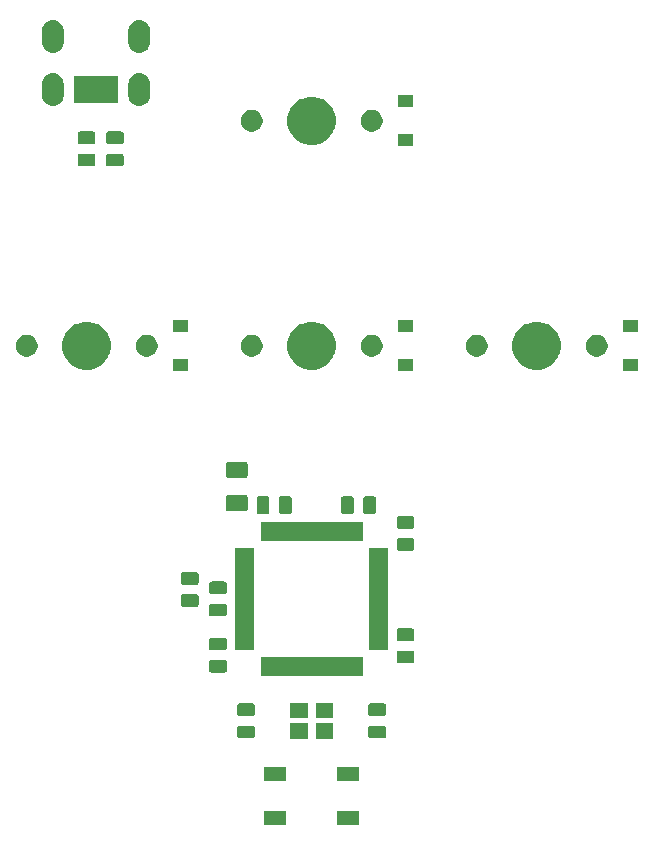
<source format=gts>
G04 #@! TF.GenerationSoftware,KiCad,Pcbnew,(5.1.4)-1*
G04 #@! TF.CreationDate,2022-10-22T18:40:15-05:00*
G04 #@! TF.ProjectId,first-3k-keypad,66697273-742d-4336-9b2d-6b6579706164,rev?*
G04 #@! TF.SameCoordinates,Original*
G04 #@! TF.FileFunction,Soldermask,Top*
G04 #@! TF.FilePolarity,Negative*
%FSLAX46Y46*%
G04 Gerber Fmt 4.6, Leading zero omitted, Abs format (unit mm)*
G04 Created by KiCad (PCBNEW (5.1.4)-1) date 2022-10-22 18:40:15*
%MOMM*%
%LPD*%
G04 APERTURE LIST*
%ADD10C,0.020000*%
G04 APERTURE END LIST*
D10*
G36*
X131051000Y-164376000D02*
G01*
X129149000Y-164376000D01*
X129149000Y-163174000D01*
X131051000Y-163174000D01*
X131051000Y-164376000D01*
X131051000Y-164376000D01*
G37*
G36*
X124851000Y-164376000D02*
G01*
X122949000Y-164376000D01*
X122949000Y-163174000D01*
X124851000Y-163174000D01*
X124851000Y-164376000D01*
X124851000Y-164376000D01*
G37*
G36*
X124851000Y-160676000D02*
G01*
X122949000Y-160676000D01*
X122949000Y-159474000D01*
X124851000Y-159474000D01*
X124851000Y-160676000D01*
X124851000Y-160676000D01*
G37*
G36*
X131051000Y-160676000D02*
G01*
X129149000Y-160676000D01*
X129149000Y-159474000D01*
X131051000Y-159474000D01*
X131051000Y-160676000D01*
X131051000Y-160676000D01*
G37*
G36*
X126651000Y-157076000D02*
G01*
X125149000Y-157076000D01*
X125149000Y-155774000D01*
X126651000Y-155774000D01*
X126651000Y-157076000D01*
X126651000Y-157076000D01*
G37*
G36*
X128851000Y-157076000D02*
G01*
X127349000Y-157076000D01*
X127349000Y-155774000D01*
X128851000Y-155774000D01*
X128851000Y-157076000D01*
X128851000Y-157076000D01*
G37*
G36*
X122028218Y-155978565D02*
G01*
X122066888Y-155990296D01*
X122102527Y-156009346D01*
X122133767Y-156034983D01*
X122159404Y-156066223D01*
X122178454Y-156101862D01*
X122190185Y-156140532D01*
X122194750Y-156186888D01*
X122194750Y-156838112D01*
X122190185Y-156884468D01*
X122178454Y-156923138D01*
X122159404Y-156958777D01*
X122133767Y-156990017D01*
X122102527Y-157015654D01*
X122066888Y-157034704D01*
X122028218Y-157046435D01*
X121981862Y-157051000D01*
X120905638Y-157051000D01*
X120859282Y-157046435D01*
X120820612Y-157034704D01*
X120784973Y-157015654D01*
X120753733Y-156990017D01*
X120728096Y-156958777D01*
X120709046Y-156923138D01*
X120697315Y-156884468D01*
X120692750Y-156838112D01*
X120692750Y-156186888D01*
X120697315Y-156140532D01*
X120709046Y-156101862D01*
X120728096Y-156066223D01*
X120753733Y-156034983D01*
X120784973Y-156009346D01*
X120820612Y-155990296D01*
X120859282Y-155978565D01*
X120905638Y-155974000D01*
X121981862Y-155974000D01*
X122028218Y-155978565D01*
X122028218Y-155978565D01*
G37*
G36*
X133140718Y-155978565D02*
G01*
X133179388Y-155990296D01*
X133215027Y-156009346D01*
X133246267Y-156034983D01*
X133271904Y-156066223D01*
X133290954Y-156101862D01*
X133302685Y-156140532D01*
X133307250Y-156186888D01*
X133307250Y-156838112D01*
X133302685Y-156884468D01*
X133290954Y-156923138D01*
X133271904Y-156958777D01*
X133246267Y-156990017D01*
X133215027Y-157015654D01*
X133179388Y-157034704D01*
X133140718Y-157046435D01*
X133094362Y-157051000D01*
X132018138Y-157051000D01*
X131971782Y-157046435D01*
X131933112Y-157034704D01*
X131897473Y-157015654D01*
X131866233Y-156990017D01*
X131840596Y-156958777D01*
X131821546Y-156923138D01*
X131809815Y-156884468D01*
X131805250Y-156838112D01*
X131805250Y-156186888D01*
X131809815Y-156140532D01*
X131821546Y-156101862D01*
X131840596Y-156066223D01*
X131866233Y-156034983D01*
X131897473Y-156009346D01*
X131933112Y-155990296D01*
X131971782Y-155978565D01*
X132018138Y-155974000D01*
X133094362Y-155974000D01*
X133140718Y-155978565D01*
X133140718Y-155978565D01*
G37*
G36*
X126651000Y-155376000D02*
G01*
X125149000Y-155376000D01*
X125149000Y-154074000D01*
X126651000Y-154074000D01*
X126651000Y-155376000D01*
X126651000Y-155376000D01*
G37*
G36*
X128851000Y-155376000D02*
G01*
X127349000Y-155376000D01*
X127349000Y-154074000D01*
X128851000Y-154074000D01*
X128851000Y-155376000D01*
X128851000Y-155376000D01*
G37*
G36*
X133140718Y-154103565D02*
G01*
X133179388Y-154115296D01*
X133215027Y-154134346D01*
X133246267Y-154159983D01*
X133271904Y-154191223D01*
X133290954Y-154226862D01*
X133302685Y-154265532D01*
X133307250Y-154311888D01*
X133307250Y-154963112D01*
X133302685Y-155009468D01*
X133290954Y-155048138D01*
X133271904Y-155083777D01*
X133246267Y-155115017D01*
X133215027Y-155140654D01*
X133179388Y-155159704D01*
X133140718Y-155171435D01*
X133094362Y-155176000D01*
X132018138Y-155176000D01*
X131971782Y-155171435D01*
X131933112Y-155159704D01*
X131897473Y-155140654D01*
X131866233Y-155115017D01*
X131840596Y-155083777D01*
X131821546Y-155048138D01*
X131809815Y-155009468D01*
X131805250Y-154963112D01*
X131805250Y-154311888D01*
X131809815Y-154265532D01*
X131821546Y-154226862D01*
X131840596Y-154191223D01*
X131866233Y-154159983D01*
X131897473Y-154134346D01*
X131933112Y-154115296D01*
X131971782Y-154103565D01*
X132018138Y-154099000D01*
X133094362Y-154099000D01*
X133140718Y-154103565D01*
X133140718Y-154103565D01*
G37*
G36*
X122028218Y-154103565D02*
G01*
X122066888Y-154115296D01*
X122102527Y-154134346D01*
X122133767Y-154159983D01*
X122159404Y-154191223D01*
X122178454Y-154226862D01*
X122190185Y-154265532D01*
X122194750Y-154311888D01*
X122194750Y-154963112D01*
X122190185Y-155009468D01*
X122178454Y-155048138D01*
X122159404Y-155083777D01*
X122133767Y-155115017D01*
X122102527Y-155140654D01*
X122066888Y-155159704D01*
X122028218Y-155171435D01*
X121981862Y-155176000D01*
X120905638Y-155176000D01*
X120859282Y-155171435D01*
X120820612Y-155159704D01*
X120784973Y-155140654D01*
X120753733Y-155115017D01*
X120728096Y-155083777D01*
X120709046Y-155048138D01*
X120697315Y-155009468D01*
X120692750Y-154963112D01*
X120692750Y-154311888D01*
X120697315Y-154265532D01*
X120709046Y-154226862D01*
X120728096Y-154191223D01*
X120753733Y-154159983D01*
X120784973Y-154134346D01*
X120820612Y-154115296D01*
X120859282Y-154103565D01*
X120905638Y-154099000D01*
X121981862Y-154099000D01*
X122028218Y-154103565D01*
X122028218Y-154103565D01*
G37*
G36*
X131326000Y-151757250D02*
G01*
X122674000Y-151757250D01*
X122674000Y-150155250D01*
X131326000Y-150155250D01*
X131326000Y-151757250D01*
X131326000Y-151757250D01*
G37*
G36*
X119646968Y-150422315D02*
G01*
X119685638Y-150434046D01*
X119721277Y-150453096D01*
X119752517Y-150478733D01*
X119778154Y-150509973D01*
X119797204Y-150545612D01*
X119808935Y-150584282D01*
X119813500Y-150630638D01*
X119813500Y-151281862D01*
X119808935Y-151328218D01*
X119797204Y-151366888D01*
X119778154Y-151402527D01*
X119752517Y-151433767D01*
X119721277Y-151459404D01*
X119685638Y-151478454D01*
X119646968Y-151490185D01*
X119600612Y-151494750D01*
X118524388Y-151494750D01*
X118478032Y-151490185D01*
X118439362Y-151478454D01*
X118403723Y-151459404D01*
X118372483Y-151433767D01*
X118346846Y-151402527D01*
X118327796Y-151366888D01*
X118316065Y-151328218D01*
X118311500Y-151281862D01*
X118311500Y-150630638D01*
X118316065Y-150584282D01*
X118327796Y-150545612D01*
X118346846Y-150509973D01*
X118372483Y-150478733D01*
X118403723Y-150453096D01*
X118439362Y-150434046D01*
X118478032Y-150422315D01*
X118524388Y-150417750D01*
X119600612Y-150417750D01*
X119646968Y-150422315D01*
X119646968Y-150422315D01*
G37*
G36*
X135521968Y-149628565D02*
G01*
X135560638Y-149640296D01*
X135596277Y-149659346D01*
X135627517Y-149684983D01*
X135653154Y-149716223D01*
X135672204Y-149751862D01*
X135683935Y-149790532D01*
X135688500Y-149836888D01*
X135688500Y-150488112D01*
X135683935Y-150534468D01*
X135672204Y-150573138D01*
X135653154Y-150608777D01*
X135627517Y-150640017D01*
X135596277Y-150665654D01*
X135560638Y-150684704D01*
X135521968Y-150696435D01*
X135475612Y-150701000D01*
X134399388Y-150701000D01*
X134353032Y-150696435D01*
X134314362Y-150684704D01*
X134278723Y-150665654D01*
X134247483Y-150640017D01*
X134221846Y-150608777D01*
X134202796Y-150573138D01*
X134191065Y-150534468D01*
X134186500Y-150488112D01*
X134186500Y-149836888D01*
X134191065Y-149790532D01*
X134202796Y-149751862D01*
X134221846Y-149716223D01*
X134247483Y-149684983D01*
X134278723Y-149659346D01*
X134314362Y-149640296D01*
X134353032Y-149628565D01*
X134399388Y-149624000D01*
X135475612Y-149624000D01*
X135521968Y-149628565D01*
X135521968Y-149628565D01*
G37*
G36*
X119646968Y-148547315D02*
G01*
X119685638Y-148559046D01*
X119721277Y-148578096D01*
X119752517Y-148603733D01*
X119778154Y-148634973D01*
X119797204Y-148670612D01*
X119808935Y-148709282D01*
X119813500Y-148755638D01*
X119813500Y-149406862D01*
X119808935Y-149453218D01*
X119797204Y-149491888D01*
X119778154Y-149527527D01*
X119752517Y-149558767D01*
X119721277Y-149584404D01*
X119685638Y-149603454D01*
X119646968Y-149615185D01*
X119600612Y-149619750D01*
X118524388Y-149619750D01*
X118478032Y-149615185D01*
X118439362Y-149603454D01*
X118403723Y-149584404D01*
X118372483Y-149558767D01*
X118346846Y-149527527D01*
X118327796Y-149491888D01*
X118316065Y-149453218D01*
X118311500Y-149406862D01*
X118311500Y-148755638D01*
X118316065Y-148709282D01*
X118327796Y-148670612D01*
X118346846Y-148634973D01*
X118372483Y-148603733D01*
X118403723Y-148578096D01*
X118439362Y-148559046D01*
X118478032Y-148547315D01*
X118524388Y-148542750D01*
X119600612Y-148542750D01*
X119646968Y-148547315D01*
X119646968Y-148547315D01*
G37*
G36*
X133501000Y-149582250D02*
G01*
X131899000Y-149582250D01*
X131899000Y-140930250D01*
X133501000Y-140930250D01*
X133501000Y-149582250D01*
X133501000Y-149582250D01*
G37*
G36*
X122101000Y-149582250D02*
G01*
X120499000Y-149582250D01*
X120499000Y-140930250D01*
X122101000Y-140930250D01*
X122101000Y-149582250D01*
X122101000Y-149582250D01*
G37*
G36*
X135521968Y-147753565D02*
G01*
X135560638Y-147765296D01*
X135596277Y-147784346D01*
X135627517Y-147809983D01*
X135653154Y-147841223D01*
X135672204Y-147876862D01*
X135683935Y-147915532D01*
X135688500Y-147961888D01*
X135688500Y-148613112D01*
X135683935Y-148659468D01*
X135672204Y-148698138D01*
X135653154Y-148733777D01*
X135627517Y-148765017D01*
X135596277Y-148790654D01*
X135560638Y-148809704D01*
X135521968Y-148821435D01*
X135475612Y-148826000D01*
X134399388Y-148826000D01*
X134353032Y-148821435D01*
X134314362Y-148809704D01*
X134278723Y-148790654D01*
X134247483Y-148765017D01*
X134221846Y-148733777D01*
X134202796Y-148698138D01*
X134191065Y-148659468D01*
X134186500Y-148613112D01*
X134186500Y-147961888D01*
X134191065Y-147915532D01*
X134202796Y-147876862D01*
X134221846Y-147841223D01*
X134247483Y-147809983D01*
X134278723Y-147784346D01*
X134314362Y-147765296D01*
X134353032Y-147753565D01*
X134399388Y-147749000D01*
X135475612Y-147749000D01*
X135521968Y-147753565D01*
X135521968Y-147753565D01*
G37*
G36*
X119646968Y-145659815D02*
G01*
X119685638Y-145671546D01*
X119721277Y-145690596D01*
X119752517Y-145716233D01*
X119778154Y-145747473D01*
X119797204Y-145783112D01*
X119808935Y-145821782D01*
X119813500Y-145868138D01*
X119813500Y-146519362D01*
X119808935Y-146565718D01*
X119797204Y-146604388D01*
X119778154Y-146640027D01*
X119752517Y-146671267D01*
X119721277Y-146696904D01*
X119685638Y-146715954D01*
X119646968Y-146727685D01*
X119600612Y-146732250D01*
X118524388Y-146732250D01*
X118478032Y-146727685D01*
X118439362Y-146715954D01*
X118403723Y-146696904D01*
X118372483Y-146671267D01*
X118346846Y-146640027D01*
X118327796Y-146604388D01*
X118316065Y-146565718D01*
X118311500Y-146519362D01*
X118311500Y-145868138D01*
X118316065Y-145821782D01*
X118327796Y-145783112D01*
X118346846Y-145747473D01*
X118372483Y-145716233D01*
X118403723Y-145690596D01*
X118439362Y-145671546D01*
X118478032Y-145659815D01*
X118524388Y-145655250D01*
X119600612Y-145655250D01*
X119646968Y-145659815D01*
X119646968Y-145659815D01*
G37*
G36*
X117265718Y-144866065D02*
G01*
X117304388Y-144877796D01*
X117340027Y-144896846D01*
X117371267Y-144922483D01*
X117396904Y-144953723D01*
X117415954Y-144989362D01*
X117427685Y-145028032D01*
X117432250Y-145074388D01*
X117432250Y-145725612D01*
X117427685Y-145771968D01*
X117415954Y-145810638D01*
X117396904Y-145846277D01*
X117371267Y-145877517D01*
X117340027Y-145903154D01*
X117304388Y-145922204D01*
X117265718Y-145933935D01*
X117219362Y-145938500D01*
X116143138Y-145938500D01*
X116096782Y-145933935D01*
X116058112Y-145922204D01*
X116022473Y-145903154D01*
X115991233Y-145877517D01*
X115965596Y-145846277D01*
X115946546Y-145810638D01*
X115934815Y-145771968D01*
X115930250Y-145725612D01*
X115930250Y-145074388D01*
X115934815Y-145028032D01*
X115946546Y-144989362D01*
X115965596Y-144953723D01*
X115991233Y-144922483D01*
X116022473Y-144896846D01*
X116058112Y-144877796D01*
X116096782Y-144866065D01*
X116143138Y-144861500D01*
X117219362Y-144861500D01*
X117265718Y-144866065D01*
X117265718Y-144866065D01*
G37*
G36*
X119646968Y-143784815D02*
G01*
X119685638Y-143796546D01*
X119721277Y-143815596D01*
X119752517Y-143841233D01*
X119778154Y-143872473D01*
X119797204Y-143908112D01*
X119808935Y-143946782D01*
X119813500Y-143993138D01*
X119813500Y-144644362D01*
X119808935Y-144690718D01*
X119797204Y-144729388D01*
X119778154Y-144765027D01*
X119752517Y-144796267D01*
X119721277Y-144821904D01*
X119685638Y-144840954D01*
X119646968Y-144852685D01*
X119600612Y-144857250D01*
X118524388Y-144857250D01*
X118478032Y-144852685D01*
X118439362Y-144840954D01*
X118403723Y-144821904D01*
X118372483Y-144796267D01*
X118346846Y-144765027D01*
X118327796Y-144729388D01*
X118316065Y-144690718D01*
X118311500Y-144644362D01*
X118311500Y-143993138D01*
X118316065Y-143946782D01*
X118327796Y-143908112D01*
X118346846Y-143872473D01*
X118372483Y-143841233D01*
X118403723Y-143815596D01*
X118439362Y-143796546D01*
X118478032Y-143784815D01*
X118524388Y-143780250D01*
X119600612Y-143780250D01*
X119646968Y-143784815D01*
X119646968Y-143784815D01*
G37*
G36*
X117265718Y-142991065D02*
G01*
X117304388Y-143002796D01*
X117340027Y-143021846D01*
X117371267Y-143047483D01*
X117396904Y-143078723D01*
X117415954Y-143114362D01*
X117427685Y-143153032D01*
X117432250Y-143199388D01*
X117432250Y-143850612D01*
X117427685Y-143896968D01*
X117415954Y-143935638D01*
X117396904Y-143971277D01*
X117371267Y-144002517D01*
X117340027Y-144028154D01*
X117304388Y-144047204D01*
X117265718Y-144058935D01*
X117219362Y-144063500D01*
X116143138Y-144063500D01*
X116096782Y-144058935D01*
X116058112Y-144047204D01*
X116022473Y-144028154D01*
X115991233Y-144002517D01*
X115965596Y-143971277D01*
X115946546Y-143935638D01*
X115934815Y-143896968D01*
X115930250Y-143850612D01*
X115930250Y-143199388D01*
X115934815Y-143153032D01*
X115946546Y-143114362D01*
X115965596Y-143078723D01*
X115991233Y-143047483D01*
X116022473Y-143021846D01*
X116058112Y-143002796D01*
X116096782Y-142991065D01*
X116143138Y-142986500D01*
X117219362Y-142986500D01*
X117265718Y-142991065D01*
X117265718Y-142991065D01*
G37*
G36*
X135521968Y-140103565D02*
G01*
X135560638Y-140115296D01*
X135596277Y-140134346D01*
X135627517Y-140159983D01*
X135653154Y-140191223D01*
X135672204Y-140226862D01*
X135683935Y-140265532D01*
X135688500Y-140311888D01*
X135688500Y-140963112D01*
X135683935Y-141009468D01*
X135672204Y-141048138D01*
X135653154Y-141083777D01*
X135627517Y-141115017D01*
X135596277Y-141140654D01*
X135560638Y-141159704D01*
X135521968Y-141171435D01*
X135475612Y-141176000D01*
X134399388Y-141176000D01*
X134353032Y-141171435D01*
X134314362Y-141159704D01*
X134278723Y-141140654D01*
X134247483Y-141115017D01*
X134221846Y-141083777D01*
X134202796Y-141048138D01*
X134191065Y-141009468D01*
X134186500Y-140963112D01*
X134186500Y-140311888D01*
X134191065Y-140265532D01*
X134202796Y-140226862D01*
X134221846Y-140191223D01*
X134247483Y-140159983D01*
X134278723Y-140134346D01*
X134314362Y-140115296D01*
X134353032Y-140103565D01*
X134399388Y-140099000D01*
X135475612Y-140099000D01*
X135521968Y-140103565D01*
X135521968Y-140103565D01*
G37*
G36*
X131326000Y-140357250D02*
G01*
X122674000Y-140357250D01*
X122674000Y-138755250D01*
X131326000Y-138755250D01*
X131326000Y-140357250D01*
X131326000Y-140357250D01*
G37*
G36*
X135521968Y-138228565D02*
G01*
X135560638Y-138240296D01*
X135596277Y-138259346D01*
X135627517Y-138284983D01*
X135653154Y-138316223D01*
X135672204Y-138351862D01*
X135683935Y-138390532D01*
X135688500Y-138436888D01*
X135688500Y-139088112D01*
X135683935Y-139134468D01*
X135672204Y-139173138D01*
X135653154Y-139208777D01*
X135627517Y-139240017D01*
X135596277Y-139265654D01*
X135560638Y-139284704D01*
X135521968Y-139296435D01*
X135475612Y-139301000D01*
X134399388Y-139301000D01*
X134353032Y-139296435D01*
X134314362Y-139284704D01*
X134278723Y-139265654D01*
X134247483Y-139240017D01*
X134221846Y-139208777D01*
X134202796Y-139173138D01*
X134191065Y-139134468D01*
X134186500Y-139088112D01*
X134186500Y-138436888D01*
X134191065Y-138390532D01*
X134202796Y-138351862D01*
X134221846Y-138316223D01*
X134247483Y-138284983D01*
X134278723Y-138259346D01*
X134314362Y-138240296D01*
X134353032Y-138228565D01*
X134399388Y-138224000D01*
X135475612Y-138224000D01*
X135521968Y-138228565D01*
X135521968Y-138228565D01*
G37*
G36*
X130403218Y-136572315D02*
G01*
X130441888Y-136584046D01*
X130477527Y-136603096D01*
X130508767Y-136628733D01*
X130534404Y-136659973D01*
X130553454Y-136695612D01*
X130565185Y-136734282D01*
X130569750Y-136780638D01*
X130569750Y-137856862D01*
X130565185Y-137903218D01*
X130553454Y-137941888D01*
X130534404Y-137977527D01*
X130508767Y-138008767D01*
X130477527Y-138034404D01*
X130441888Y-138053454D01*
X130403218Y-138065185D01*
X130356862Y-138069750D01*
X129705638Y-138069750D01*
X129659282Y-138065185D01*
X129620612Y-138053454D01*
X129584973Y-138034404D01*
X129553733Y-138008767D01*
X129528096Y-137977527D01*
X129509046Y-137941888D01*
X129497315Y-137903218D01*
X129492750Y-137856862D01*
X129492750Y-136780638D01*
X129497315Y-136734282D01*
X129509046Y-136695612D01*
X129528096Y-136659973D01*
X129553733Y-136628733D01*
X129584973Y-136603096D01*
X129620612Y-136584046D01*
X129659282Y-136572315D01*
X129705638Y-136567750D01*
X130356862Y-136567750D01*
X130403218Y-136572315D01*
X130403218Y-136572315D01*
G37*
G36*
X132278218Y-136572315D02*
G01*
X132316888Y-136584046D01*
X132352527Y-136603096D01*
X132383767Y-136628733D01*
X132409404Y-136659973D01*
X132428454Y-136695612D01*
X132440185Y-136734282D01*
X132444750Y-136780638D01*
X132444750Y-137856862D01*
X132440185Y-137903218D01*
X132428454Y-137941888D01*
X132409404Y-137977527D01*
X132383767Y-138008767D01*
X132352527Y-138034404D01*
X132316888Y-138053454D01*
X132278218Y-138065185D01*
X132231862Y-138069750D01*
X131580638Y-138069750D01*
X131534282Y-138065185D01*
X131495612Y-138053454D01*
X131459973Y-138034404D01*
X131428733Y-138008767D01*
X131403096Y-137977527D01*
X131384046Y-137941888D01*
X131372315Y-137903218D01*
X131367750Y-137856862D01*
X131367750Y-136780638D01*
X131372315Y-136734282D01*
X131384046Y-136695612D01*
X131403096Y-136659973D01*
X131428733Y-136628733D01*
X131459973Y-136603096D01*
X131495612Y-136584046D01*
X131534282Y-136572315D01*
X131580638Y-136567750D01*
X132231862Y-136567750D01*
X132278218Y-136572315D01*
X132278218Y-136572315D01*
G37*
G36*
X123259468Y-136572315D02*
G01*
X123298138Y-136584046D01*
X123333777Y-136603096D01*
X123365017Y-136628733D01*
X123390654Y-136659973D01*
X123409704Y-136695612D01*
X123421435Y-136734282D01*
X123426000Y-136780638D01*
X123426000Y-137856862D01*
X123421435Y-137903218D01*
X123409704Y-137941888D01*
X123390654Y-137977527D01*
X123365017Y-138008767D01*
X123333777Y-138034404D01*
X123298138Y-138053454D01*
X123259468Y-138065185D01*
X123213112Y-138069750D01*
X122561888Y-138069750D01*
X122515532Y-138065185D01*
X122476862Y-138053454D01*
X122441223Y-138034404D01*
X122409983Y-138008767D01*
X122384346Y-137977527D01*
X122365296Y-137941888D01*
X122353565Y-137903218D01*
X122349000Y-137856862D01*
X122349000Y-136780638D01*
X122353565Y-136734282D01*
X122365296Y-136695612D01*
X122384346Y-136659973D01*
X122409983Y-136628733D01*
X122441223Y-136603096D01*
X122476862Y-136584046D01*
X122515532Y-136572315D01*
X122561888Y-136567750D01*
X123213112Y-136567750D01*
X123259468Y-136572315D01*
X123259468Y-136572315D01*
G37*
G36*
X125134468Y-136572315D02*
G01*
X125173138Y-136584046D01*
X125208777Y-136603096D01*
X125240017Y-136628733D01*
X125265654Y-136659973D01*
X125284704Y-136695612D01*
X125296435Y-136734282D01*
X125301000Y-136780638D01*
X125301000Y-137856862D01*
X125296435Y-137903218D01*
X125284704Y-137941888D01*
X125265654Y-137977527D01*
X125240017Y-138008767D01*
X125208777Y-138034404D01*
X125173138Y-138053454D01*
X125134468Y-138065185D01*
X125088112Y-138069750D01*
X124436888Y-138069750D01*
X124390532Y-138065185D01*
X124351862Y-138053454D01*
X124316223Y-138034404D01*
X124284983Y-138008767D01*
X124259346Y-137977527D01*
X124240296Y-137941888D01*
X124228565Y-137903218D01*
X124224000Y-137856862D01*
X124224000Y-136780638D01*
X124228565Y-136734282D01*
X124240296Y-136695612D01*
X124259346Y-136659973D01*
X124284983Y-136628733D01*
X124316223Y-136603096D01*
X124351862Y-136584046D01*
X124390532Y-136572315D01*
X124436888Y-136567750D01*
X125088112Y-136567750D01*
X125134468Y-136572315D01*
X125134468Y-136572315D01*
G37*
G36*
X121418604Y-136459597D02*
G01*
X121455144Y-136470682D01*
X121488821Y-136488683D01*
X121518341Y-136512909D01*
X121542567Y-136542429D01*
X121560568Y-136576106D01*
X121571653Y-136612646D01*
X121576000Y-136656788D01*
X121576000Y-137605712D01*
X121571653Y-137649854D01*
X121560568Y-137686394D01*
X121542567Y-137720071D01*
X121518341Y-137749591D01*
X121488821Y-137773817D01*
X121455144Y-137791818D01*
X121418604Y-137802903D01*
X121374462Y-137807250D01*
X119925538Y-137807250D01*
X119881396Y-137802903D01*
X119844856Y-137791818D01*
X119811179Y-137773817D01*
X119781659Y-137749591D01*
X119757433Y-137720071D01*
X119739432Y-137686394D01*
X119728347Y-137649854D01*
X119724000Y-137605712D01*
X119724000Y-136656788D01*
X119728347Y-136612646D01*
X119739432Y-136576106D01*
X119757433Y-136542429D01*
X119781659Y-136512909D01*
X119811179Y-136488683D01*
X119844856Y-136470682D01*
X119881396Y-136459597D01*
X119925538Y-136455250D01*
X121374462Y-136455250D01*
X121418604Y-136459597D01*
X121418604Y-136459597D01*
G37*
G36*
X121418604Y-133659597D02*
G01*
X121455144Y-133670682D01*
X121488821Y-133688683D01*
X121518341Y-133712909D01*
X121542567Y-133742429D01*
X121560568Y-133776106D01*
X121571653Y-133812646D01*
X121576000Y-133856788D01*
X121576000Y-134805712D01*
X121571653Y-134849854D01*
X121560568Y-134886394D01*
X121542567Y-134920071D01*
X121518341Y-134949591D01*
X121488821Y-134973817D01*
X121455144Y-134991818D01*
X121418604Y-135002903D01*
X121374462Y-135007250D01*
X119925538Y-135007250D01*
X119881396Y-135002903D01*
X119844856Y-134991818D01*
X119811179Y-134973817D01*
X119781659Y-134949591D01*
X119757433Y-134920071D01*
X119739432Y-134886394D01*
X119728347Y-134849854D01*
X119724000Y-134805712D01*
X119724000Y-133856788D01*
X119728347Y-133812646D01*
X119739432Y-133776106D01*
X119757433Y-133742429D01*
X119781659Y-133712909D01*
X119811179Y-133688683D01*
X119844856Y-133670682D01*
X119881396Y-133659597D01*
X119925538Y-133655250D01*
X121374462Y-133655250D01*
X121418604Y-133659597D01*
X121418604Y-133659597D01*
G37*
G36*
X154638500Y-125976000D02*
G01*
X153336500Y-125976000D01*
X153336500Y-124974000D01*
X154638500Y-124974000D01*
X154638500Y-125976000D01*
X154638500Y-125976000D01*
G37*
G36*
X116538500Y-125976000D02*
G01*
X115236500Y-125976000D01*
X115236500Y-124974000D01*
X116538500Y-124974000D01*
X116538500Y-125976000D01*
X116538500Y-125976000D01*
G37*
G36*
X135588500Y-125976000D02*
G01*
X134286500Y-125976000D01*
X134286500Y-124974000D01*
X135588500Y-124974000D01*
X135588500Y-125976000D01*
X135588500Y-125976000D01*
G37*
G36*
X108546474Y-121858684D02*
G01*
X108764474Y-121948983D01*
X108918623Y-122012833D01*
X109253548Y-122236623D01*
X109538377Y-122521452D01*
X109762167Y-122856377D01*
X109794562Y-122934586D01*
X109916316Y-123228526D01*
X109994900Y-123623594D01*
X109994900Y-124026406D01*
X109916316Y-124421474D01*
X109865451Y-124544272D01*
X109762167Y-124793623D01*
X109538377Y-125128548D01*
X109253548Y-125413377D01*
X108918623Y-125637167D01*
X108764474Y-125701017D01*
X108546474Y-125791316D01*
X108151406Y-125869900D01*
X107748594Y-125869900D01*
X107353526Y-125791316D01*
X107135526Y-125701017D01*
X106981377Y-125637167D01*
X106646452Y-125413377D01*
X106361623Y-125128548D01*
X106137833Y-124793623D01*
X106034549Y-124544272D01*
X105983684Y-124421474D01*
X105905100Y-124026406D01*
X105905100Y-123623594D01*
X105983684Y-123228526D01*
X106105438Y-122934586D01*
X106137833Y-122856377D01*
X106361623Y-122521452D01*
X106646452Y-122236623D01*
X106981377Y-122012833D01*
X107135526Y-121948983D01*
X107353526Y-121858684D01*
X107748594Y-121780100D01*
X108151406Y-121780100D01*
X108546474Y-121858684D01*
X108546474Y-121858684D01*
G37*
G36*
X127596474Y-121858684D02*
G01*
X127814474Y-121948983D01*
X127968623Y-122012833D01*
X128303548Y-122236623D01*
X128588377Y-122521452D01*
X128812167Y-122856377D01*
X128844562Y-122934586D01*
X128966316Y-123228526D01*
X129044900Y-123623594D01*
X129044900Y-124026406D01*
X128966316Y-124421474D01*
X128915451Y-124544272D01*
X128812167Y-124793623D01*
X128588377Y-125128548D01*
X128303548Y-125413377D01*
X127968623Y-125637167D01*
X127814474Y-125701017D01*
X127596474Y-125791316D01*
X127201406Y-125869900D01*
X126798594Y-125869900D01*
X126403526Y-125791316D01*
X126185526Y-125701017D01*
X126031377Y-125637167D01*
X125696452Y-125413377D01*
X125411623Y-125128548D01*
X125187833Y-124793623D01*
X125084549Y-124544272D01*
X125033684Y-124421474D01*
X124955100Y-124026406D01*
X124955100Y-123623594D01*
X125033684Y-123228526D01*
X125155438Y-122934586D01*
X125187833Y-122856377D01*
X125411623Y-122521452D01*
X125696452Y-122236623D01*
X126031377Y-122012833D01*
X126185526Y-121948983D01*
X126403526Y-121858684D01*
X126798594Y-121780100D01*
X127201406Y-121780100D01*
X127596474Y-121858684D01*
X127596474Y-121858684D01*
G37*
G36*
X146646474Y-121858684D02*
G01*
X146864474Y-121948983D01*
X147018623Y-122012833D01*
X147353548Y-122236623D01*
X147638377Y-122521452D01*
X147862167Y-122856377D01*
X147894562Y-122934586D01*
X148016316Y-123228526D01*
X148094900Y-123623594D01*
X148094900Y-124026406D01*
X148016316Y-124421474D01*
X147965451Y-124544272D01*
X147862167Y-124793623D01*
X147638377Y-125128548D01*
X147353548Y-125413377D01*
X147018623Y-125637167D01*
X146864474Y-125701017D01*
X146646474Y-125791316D01*
X146251406Y-125869900D01*
X145848594Y-125869900D01*
X145453526Y-125791316D01*
X145235526Y-125701017D01*
X145081377Y-125637167D01*
X144746452Y-125413377D01*
X144461623Y-125128548D01*
X144237833Y-124793623D01*
X144134549Y-124544272D01*
X144083684Y-124421474D01*
X144005100Y-124026406D01*
X144005100Y-123623594D01*
X144083684Y-123228526D01*
X144205438Y-122934586D01*
X144237833Y-122856377D01*
X144461623Y-122521452D01*
X144746452Y-122236623D01*
X145081377Y-122012833D01*
X145235526Y-121948983D01*
X145453526Y-121858684D01*
X145848594Y-121780100D01*
X146251406Y-121780100D01*
X146646474Y-121858684D01*
X146646474Y-121858684D01*
G37*
G36*
X103140104Y-122934585D02*
G01*
X103308626Y-123004389D01*
X103460291Y-123105728D01*
X103589272Y-123234709D01*
X103690611Y-123386374D01*
X103760415Y-123554896D01*
X103796000Y-123733797D01*
X103796000Y-123916203D01*
X103760415Y-124095104D01*
X103690611Y-124263626D01*
X103589272Y-124415291D01*
X103460291Y-124544272D01*
X103308626Y-124645611D01*
X103140104Y-124715415D01*
X102961203Y-124751000D01*
X102778797Y-124751000D01*
X102599896Y-124715415D01*
X102431374Y-124645611D01*
X102279709Y-124544272D01*
X102150728Y-124415291D01*
X102049389Y-124263626D01*
X101979585Y-124095104D01*
X101944000Y-123916203D01*
X101944000Y-123733797D01*
X101979585Y-123554896D01*
X102049389Y-123386374D01*
X102150728Y-123234709D01*
X102279709Y-123105728D01*
X102431374Y-123004389D01*
X102599896Y-122934585D01*
X102778797Y-122899000D01*
X102961203Y-122899000D01*
X103140104Y-122934585D01*
X103140104Y-122934585D01*
G37*
G36*
X132350104Y-122934585D02*
G01*
X132518626Y-123004389D01*
X132670291Y-123105728D01*
X132799272Y-123234709D01*
X132900611Y-123386374D01*
X132970415Y-123554896D01*
X133006000Y-123733797D01*
X133006000Y-123916203D01*
X132970415Y-124095104D01*
X132900611Y-124263626D01*
X132799272Y-124415291D01*
X132670291Y-124544272D01*
X132518626Y-124645611D01*
X132350104Y-124715415D01*
X132171203Y-124751000D01*
X131988797Y-124751000D01*
X131809896Y-124715415D01*
X131641374Y-124645611D01*
X131489709Y-124544272D01*
X131360728Y-124415291D01*
X131259389Y-124263626D01*
X131189585Y-124095104D01*
X131154000Y-123916203D01*
X131154000Y-123733797D01*
X131189585Y-123554896D01*
X131259389Y-123386374D01*
X131360728Y-123234709D01*
X131489709Y-123105728D01*
X131641374Y-123004389D01*
X131809896Y-122934585D01*
X131988797Y-122899000D01*
X132171203Y-122899000D01*
X132350104Y-122934585D01*
X132350104Y-122934585D01*
G37*
G36*
X122190104Y-122934585D02*
G01*
X122358626Y-123004389D01*
X122510291Y-123105728D01*
X122639272Y-123234709D01*
X122740611Y-123386374D01*
X122810415Y-123554896D01*
X122846000Y-123733797D01*
X122846000Y-123916203D01*
X122810415Y-124095104D01*
X122740611Y-124263626D01*
X122639272Y-124415291D01*
X122510291Y-124544272D01*
X122358626Y-124645611D01*
X122190104Y-124715415D01*
X122011203Y-124751000D01*
X121828797Y-124751000D01*
X121649896Y-124715415D01*
X121481374Y-124645611D01*
X121329709Y-124544272D01*
X121200728Y-124415291D01*
X121099389Y-124263626D01*
X121029585Y-124095104D01*
X120994000Y-123916203D01*
X120994000Y-123733797D01*
X121029585Y-123554896D01*
X121099389Y-123386374D01*
X121200728Y-123234709D01*
X121329709Y-123105728D01*
X121481374Y-123004389D01*
X121649896Y-122934585D01*
X121828797Y-122899000D01*
X122011203Y-122899000D01*
X122190104Y-122934585D01*
X122190104Y-122934585D01*
G37*
G36*
X151400104Y-122934585D02*
G01*
X151568626Y-123004389D01*
X151720291Y-123105728D01*
X151849272Y-123234709D01*
X151950611Y-123386374D01*
X152020415Y-123554896D01*
X152056000Y-123733797D01*
X152056000Y-123916203D01*
X152020415Y-124095104D01*
X151950611Y-124263626D01*
X151849272Y-124415291D01*
X151720291Y-124544272D01*
X151568626Y-124645611D01*
X151400104Y-124715415D01*
X151221203Y-124751000D01*
X151038797Y-124751000D01*
X150859896Y-124715415D01*
X150691374Y-124645611D01*
X150539709Y-124544272D01*
X150410728Y-124415291D01*
X150309389Y-124263626D01*
X150239585Y-124095104D01*
X150204000Y-123916203D01*
X150204000Y-123733797D01*
X150239585Y-123554896D01*
X150309389Y-123386374D01*
X150410728Y-123234709D01*
X150539709Y-123105728D01*
X150691374Y-123004389D01*
X150859896Y-122934585D01*
X151038797Y-122899000D01*
X151221203Y-122899000D01*
X151400104Y-122934585D01*
X151400104Y-122934585D01*
G37*
G36*
X141240104Y-122934585D02*
G01*
X141408626Y-123004389D01*
X141560291Y-123105728D01*
X141689272Y-123234709D01*
X141790611Y-123386374D01*
X141860415Y-123554896D01*
X141896000Y-123733797D01*
X141896000Y-123916203D01*
X141860415Y-124095104D01*
X141790611Y-124263626D01*
X141689272Y-124415291D01*
X141560291Y-124544272D01*
X141408626Y-124645611D01*
X141240104Y-124715415D01*
X141061203Y-124751000D01*
X140878797Y-124751000D01*
X140699896Y-124715415D01*
X140531374Y-124645611D01*
X140379709Y-124544272D01*
X140250728Y-124415291D01*
X140149389Y-124263626D01*
X140079585Y-124095104D01*
X140044000Y-123916203D01*
X140044000Y-123733797D01*
X140079585Y-123554896D01*
X140149389Y-123386374D01*
X140250728Y-123234709D01*
X140379709Y-123105728D01*
X140531374Y-123004389D01*
X140699896Y-122934585D01*
X140878797Y-122899000D01*
X141061203Y-122899000D01*
X141240104Y-122934585D01*
X141240104Y-122934585D01*
G37*
G36*
X113300104Y-122934585D02*
G01*
X113468626Y-123004389D01*
X113620291Y-123105728D01*
X113749272Y-123234709D01*
X113850611Y-123386374D01*
X113920415Y-123554896D01*
X113956000Y-123733797D01*
X113956000Y-123916203D01*
X113920415Y-124095104D01*
X113850611Y-124263626D01*
X113749272Y-124415291D01*
X113620291Y-124544272D01*
X113468626Y-124645611D01*
X113300104Y-124715415D01*
X113121203Y-124751000D01*
X112938797Y-124751000D01*
X112759896Y-124715415D01*
X112591374Y-124645611D01*
X112439709Y-124544272D01*
X112310728Y-124415291D01*
X112209389Y-124263626D01*
X112139585Y-124095104D01*
X112104000Y-123916203D01*
X112104000Y-123733797D01*
X112139585Y-123554896D01*
X112209389Y-123386374D01*
X112310728Y-123234709D01*
X112439709Y-123105728D01*
X112591374Y-123004389D01*
X112759896Y-122934585D01*
X112938797Y-122899000D01*
X113121203Y-122899000D01*
X113300104Y-122934585D01*
X113300104Y-122934585D01*
G37*
G36*
X154638500Y-122676000D02*
G01*
X153336500Y-122676000D01*
X153336500Y-121674000D01*
X154638500Y-121674000D01*
X154638500Y-122676000D01*
X154638500Y-122676000D01*
G37*
G36*
X135588500Y-122676000D02*
G01*
X134286500Y-122676000D01*
X134286500Y-121674000D01*
X135588500Y-121674000D01*
X135588500Y-122676000D01*
X135588500Y-122676000D01*
G37*
G36*
X116538500Y-122676000D02*
G01*
X115236500Y-122676000D01*
X115236500Y-121674000D01*
X116538500Y-121674000D01*
X116538500Y-122676000D01*
X116538500Y-122676000D01*
G37*
G36*
X108534468Y-107559815D02*
G01*
X108573138Y-107571546D01*
X108608777Y-107590596D01*
X108640017Y-107616233D01*
X108665654Y-107647473D01*
X108684704Y-107683112D01*
X108696435Y-107721782D01*
X108701000Y-107768138D01*
X108701000Y-108419362D01*
X108696435Y-108465718D01*
X108684704Y-108504388D01*
X108665654Y-108540027D01*
X108640017Y-108571267D01*
X108608777Y-108596904D01*
X108573138Y-108615954D01*
X108534468Y-108627685D01*
X108488112Y-108632250D01*
X107411888Y-108632250D01*
X107365532Y-108627685D01*
X107326862Y-108615954D01*
X107291223Y-108596904D01*
X107259983Y-108571267D01*
X107234346Y-108540027D01*
X107215296Y-108504388D01*
X107203565Y-108465718D01*
X107199000Y-108419362D01*
X107199000Y-107768138D01*
X107203565Y-107721782D01*
X107215296Y-107683112D01*
X107234346Y-107647473D01*
X107259983Y-107616233D01*
X107291223Y-107590596D01*
X107326862Y-107571546D01*
X107365532Y-107559815D01*
X107411888Y-107555250D01*
X108488112Y-107555250D01*
X108534468Y-107559815D01*
X108534468Y-107559815D01*
G37*
G36*
X110915718Y-107559815D02*
G01*
X110954388Y-107571546D01*
X110990027Y-107590596D01*
X111021267Y-107616233D01*
X111046904Y-107647473D01*
X111065954Y-107683112D01*
X111077685Y-107721782D01*
X111082250Y-107768138D01*
X111082250Y-108419362D01*
X111077685Y-108465718D01*
X111065954Y-108504388D01*
X111046904Y-108540027D01*
X111021267Y-108571267D01*
X110990027Y-108596904D01*
X110954388Y-108615954D01*
X110915718Y-108627685D01*
X110869362Y-108632250D01*
X109793138Y-108632250D01*
X109746782Y-108627685D01*
X109708112Y-108615954D01*
X109672473Y-108596904D01*
X109641233Y-108571267D01*
X109615596Y-108540027D01*
X109596546Y-108504388D01*
X109584815Y-108465718D01*
X109580250Y-108419362D01*
X109580250Y-107768138D01*
X109584815Y-107721782D01*
X109596546Y-107683112D01*
X109615596Y-107647473D01*
X109641233Y-107616233D01*
X109672473Y-107590596D01*
X109708112Y-107571546D01*
X109746782Y-107559815D01*
X109793138Y-107555250D01*
X110869362Y-107555250D01*
X110915718Y-107559815D01*
X110915718Y-107559815D01*
G37*
G36*
X135588500Y-106926000D02*
G01*
X134286500Y-106926000D01*
X134286500Y-105924000D01*
X135588500Y-105924000D01*
X135588500Y-106926000D01*
X135588500Y-106926000D01*
G37*
G36*
X127596474Y-102808684D02*
G01*
X127814474Y-102898983D01*
X127968623Y-102962833D01*
X128303548Y-103186623D01*
X128588377Y-103471452D01*
X128812167Y-103806377D01*
X128844562Y-103884586D01*
X128966316Y-104178526D01*
X129044900Y-104573594D01*
X129044900Y-104976406D01*
X128966316Y-105371474D01*
X128915451Y-105494272D01*
X128812167Y-105743623D01*
X128588377Y-106078548D01*
X128303548Y-106363377D01*
X127968623Y-106587167D01*
X127866692Y-106629388D01*
X127596474Y-106741316D01*
X127201406Y-106819900D01*
X126798594Y-106819900D01*
X126403526Y-106741316D01*
X126133308Y-106629388D01*
X126031377Y-106587167D01*
X125696452Y-106363377D01*
X125411623Y-106078548D01*
X125187833Y-105743623D01*
X125084549Y-105494272D01*
X125033684Y-105371474D01*
X124955100Y-104976406D01*
X124955100Y-104573594D01*
X125033684Y-104178526D01*
X125155438Y-103884586D01*
X125187833Y-103806377D01*
X125411623Y-103471452D01*
X125696452Y-103186623D01*
X126031377Y-102962833D01*
X126185526Y-102898983D01*
X126403526Y-102808684D01*
X126798594Y-102730100D01*
X127201406Y-102730100D01*
X127596474Y-102808684D01*
X127596474Y-102808684D01*
G37*
G36*
X110915718Y-105684815D02*
G01*
X110954388Y-105696546D01*
X110990027Y-105715596D01*
X111021267Y-105741233D01*
X111046904Y-105772473D01*
X111065954Y-105808112D01*
X111077685Y-105846782D01*
X111082250Y-105893138D01*
X111082250Y-106544362D01*
X111077685Y-106590718D01*
X111065954Y-106629388D01*
X111046904Y-106665027D01*
X111021267Y-106696267D01*
X110990027Y-106721904D01*
X110954388Y-106740954D01*
X110915718Y-106752685D01*
X110869362Y-106757250D01*
X109793138Y-106757250D01*
X109746782Y-106752685D01*
X109708112Y-106740954D01*
X109672473Y-106721904D01*
X109641233Y-106696267D01*
X109615596Y-106665027D01*
X109596546Y-106629388D01*
X109584815Y-106590718D01*
X109580250Y-106544362D01*
X109580250Y-105893138D01*
X109584815Y-105846782D01*
X109596546Y-105808112D01*
X109615596Y-105772473D01*
X109641233Y-105741233D01*
X109672473Y-105715596D01*
X109708112Y-105696546D01*
X109746782Y-105684815D01*
X109793138Y-105680250D01*
X110869362Y-105680250D01*
X110915718Y-105684815D01*
X110915718Y-105684815D01*
G37*
G36*
X108534468Y-105684815D02*
G01*
X108573138Y-105696546D01*
X108608777Y-105715596D01*
X108640017Y-105741233D01*
X108665654Y-105772473D01*
X108684704Y-105808112D01*
X108696435Y-105846782D01*
X108701000Y-105893138D01*
X108701000Y-106544362D01*
X108696435Y-106590718D01*
X108684704Y-106629388D01*
X108665654Y-106665027D01*
X108640017Y-106696267D01*
X108608777Y-106721904D01*
X108573138Y-106740954D01*
X108534468Y-106752685D01*
X108488112Y-106757250D01*
X107411888Y-106757250D01*
X107365532Y-106752685D01*
X107326862Y-106740954D01*
X107291223Y-106721904D01*
X107259983Y-106696267D01*
X107234346Y-106665027D01*
X107215296Y-106629388D01*
X107203565Y-106590718D01*
X107199000Y-106544362D01*
X107199000Y-105893138D01*
X107203565Y-105846782D01*
X107215296Y-105808112D01*
X107234346Y-105772473D01*
X107259983Y-105741233D01*
X107291223Y-105715596D01*
X107326862Y-105696546D01*
X107365532Y-105684815D01*
X107411888Y-105680250D01*
X108488112Y-105680250D01*
X108534468Y-105684815D01*
X108534468Y-105684815D01*
G37*
G36*
X122190104Y-103884585D02*
G01*
X122358626Y-103954389D01*
X122510291Y-104055728D01*
X122639272Y-104184709D01*
X122740611Y-104336374D01*
X122810415Y-104504896D01*
X122846000Y-104683797D01*
X122846000Y-104866203D01*
X122810415Y-105045104D01*
X122740611Y-105213626D01*
X122639272Y-105365291D01*
X122510291Y-105494272D01*
X122358626Y-105595611D01*
X122190104Y-105665415D01*
X122011203Y-105701000D01*
X121828797Y-105701000D01*
X121649896Y-105665415D01*
X121481374Y-105595611D01*
X121329709Y-105494272D01*
X121200728Y-105365291D01*
X121099389Y-105213626D01*
X121029585Y-105045104D01*
X120994000Y-104866203D01*
X120994000Y-104683797D01*
X121029585Y-104504896D01*
X121099389Y-104336374D01*
X121200728Y-104184709D01*
X121329709Y-104055728D01*
X121481374Y-103954389D01*
X121649896Y-103884585D01*
X121828797Y-103849000D01*
X122011203Y-103849000D01*
X122190104Y-103884585D01*
X122190104Y-103884585D01*
G37*
G36*
X132350104Y-103884585D02*
G01*
X132518626Y-103954389D01*
X132670291Y-104055728D01*
X132799272Y-104184709D01*
X132900611Y-104336374D01*
X132970415Y-104504896D01*
X133006000Y-104683797D01*
X133006000Y-104866203D01*
X132970415Y-105045104D01*
X132900611Y-105213626D01*
X132799272Y-105365291D01*
X132670291Y-105494272D01*
X132518626Y-105595611D01*
X132350104Y-105665415D01*
X132171203Y-105701000D01*
X131988797Y-105701000D01*
X131809896Y-105665415D01*
X131641374Y-105595611D01*
X131489709Y-105494272D01*
X131360728Y-105365291D01*
X131259389Y-105213626D01*
X131189585Y-105045104D01*
X131154000Y-104866203D01*
X131154000Y-104683797D01*
X131189585Y-104504896D01*
X131259389Y-104336374D01*
X131360728Y-104184709D01*
X131489709Y-104055728D01*
X131641374Y-103954389D01*
X131809896Y-103884585D01*
X131988797Y-103849000D01*
X132171203Y-103849000D01*
X132350104Y-103884585D01*
X132350104Y-103884585D01*
G37*
G36*
X135588500Y-103626000D02*
G01*
X134286500Y-103626000D01*
X134286500Y-102624000D01*
X135588500Y-102624000D01*
X135588500Y-103626000D01*
X135588500Y-103626000D01*
G37*
G36*
X112570377Y-100743287D02*
G01*
X112740216Y-100794807D01*
X112896741Y-100878472D01*
X112932479Y-100907802D01*
X113033936Y-100991064D01*
X113117198Y-101092521D01*
X113146528Y-101128259D01*
X113230193Y-101284784D01*
X113281713Y-101454623D01*
X113294750Y-101586992D01*
X113294750Y-102675508D01*
X113281713Y-102807877D01*
X113230193Y-102977716D01*
X113146528Y-103134241D01*
X113117198Y-103169979D01*
X113033936Y-103271436D01*
X112896739Y-103384029D01*
X112740217Y-103467692D01*
X112740215Y-103467693D01*
X112570376Y-103519213D01*
X112393750Y-103536609D01*
X112217123Y-103519213D01*
X112047284Y-103467693D01*
X111890759Y-103384028D01*
X111855021Y-103354698D01*
X111753564Y-103271436D01*
X111640971Y-103134239D01*
X111557308Y-102977717D01*
X111552793Y-102962833D01*
X111505787Y-102807876D01*
X111492750Y-102675507D01*
X111492751Y-101586992D01*
X111505788Y-101454623D01*
X111557308Y-101284784D01*
X111640973Y-101128259D01*
X111670303Y-101092521D01*
X111753565Y-100991064D01*
X111855022Y-100907802D01*
X111890760Y-100878472D01*
X112047285Y-100794807D01*
X112217124Y-100743287D01*
X112393750Y-100725891D01*
X112570377Y-100743287D01*
X112570377Y-100743287D01*
G37*
G36*
X105270377Y-100743287D02*
G01*
X105440216Y-100794807D01*
X105596741Y-100878472D01*
X105632479Y-100907802D01*
X105733936Y-100991064D01*
X105817198Y-101092521D01*
X105846528Y-101128259D01*
X105930193Y-101284784D01*
X105981713Y-101454623D01*
X105994750Y-101586992D01*
X105994750Y-102675508D01*
X105981713Y-102807877D01*
X105930193Y-102977716D01*
X105846528Y-103134241D01*
X105817198Y-103169979D01*
X105733936Y-103271436D01*
X105596739Y-103384029D01*
X105440217Y-103467692D01*
X105440215Y-103467693D01*
X105270376Y-103519213D01*
X105093750Y-103536609D01*
X104917123Y-103519213D01*
X104747284Y-103467693D01*
X104590759Y-103384028D01*
X104555021Y-103354698D01*
X104453564Y-103271436D01*
X104340971Y-103134239D01*
X104257308Y-102977717D01*
X104252793Y-102962833D01*
X104205787Y-102807876D01*
X104192750Y-102675507D01*
X104192751Y-101586992D01*
X104205788Y-101454623D01*
X104257308Y-101284784D01*
X104340973Y-101128259D01*
X104370303Y-101092521D01*
X104453565Y-100991064D01*
X104555022Y-100907802D01*
X104590760Y-100878472D01*
X104747285Y-100794807D01*
X104917124Y-100743287D01*
X105093750Y-100725891D01*
X105270377Y-100743287D01*
X105270377Y-100743287D01*
G37*
G36*
X110644750Y-103307250D02*
G01*
X106842750Y-103307250D01*
X106842750Y-100955250D01*
X110644750Y-100955250D01*
X110644750Y-103307250D01*
X110644750Y-103307250D01*
G37*
G36*
X112570377Y-96243287D02*
G01*
X112740216Y-96294807D01*
X112896741Y-96378472D01*
X112932479Y-96407802D01*
X113033936Y-96491064D01*
X113117198Y-96592521D01*
X113146528Y-96628259D01*
X113230193Y-96784784D01*
X113281713Y-96954623D01*
X113294750Y-97086992D01*
X113294750Y-98175508D01*
X113281713Y-98307877D01*
X113230193Y-98477716D01*
X113146528Y-98634241D01*
X113117198Y-98669979D01*
X113033936Y-98771436D01*
X112896739Y-98884029D01*
X112740217Y-98967692D01*
X112740215Y-98967693D01*
X112570376Y-99019213D01*
X112393750Y-99036609D01*
X112217123Y-99019213D01*
X112047284Y-98967693D01*
X111890759Y-98884028D01*
X111855021Y-98854698D01*
X111753564Y-98771436D01*
X111640971Y-98634239D01*
X111557308Y-98477717D01*
X111557307Y-98477715D01*
X111505787Y-98307876D01*
X111492750Y-98175507D01*
X111492751Y-97086992D01*
X111505788Y-96954623D01*
X111557308Y-96784784D01*
X111640973Y-96628259D01*
X111670303Y-96592521D01*
X111753565Y-96491064D01*
X111855022Y-96407802D01*
X111890760Y-96378472D01*
X112047285Y-96294807D01*
X112217124Y-96243287D01*
X112393750Y-96225891D01*
X112570377Y-96243287D01*
X112570377Y-96243287D01*
G37*
G36*
X105270377Y-96243287D02*
G01*
X105440216Y-96294807D01*
X105596741Y-96378472D01*
X105632479Y-96407802D01*
X105733936Y-96491064D01*
X105817198Y-96592521D01*
X105846528Y-96628259D01*
X105930193Y-96784784D01*
X105981713Y-96954623D01*
X105994750Y-97086992D01*
X105994750Y-98175508D01*
X105981713Y-98307877D01*
X105930193Y-98477716D01*
X105846528Y-98634241D01*
X105817198Y-98669979D01*
X105733936Y-98771436D01*
X105596739Y-98884029D01*
X105440217Y-98967692D01*
X105440215Y-98967693D01*
X105270376Y-99019213D01*
X105093750Y-99036609D01*
X104917123Y-99019213D01*
X104747284Y-98967693D01*
X104590759Y-98884028D01*
X104555021Y-98854698D01*
X104453564Y-98771436D01*
X104340971Y-98634239D01*
X104257308Y-98477717D01*
X104257307Y-98477715D01*
X104205787Y-98307876D01*
X104192750Y-98175507D01*
X104192751Y-97086992D01*
X104205788Y-96954623D01*
X104257308Y-96784784D01*
X104340973Y-96628259D01*
X104370303Y-96592521D01*
X104453565Y-96491064D01*
X104555022Y-96407802D01*
X104590760Y-96378472D01*
X104747285Y-96294807D01*
X104917124Y-96243287D01*
X105093750Y-96225891D01*
X105270377Y-96243287D01*
X105270377Y-96243287D01*
G37*
M02*

</source>
